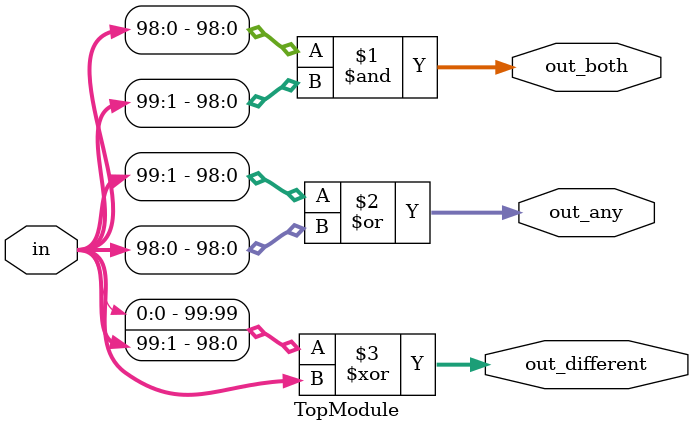
<source format=sv>

module TopModule (
  input [99:0] in,
  output [98:0] out_both,
  output [99:1] out_any,
  output [99:0] out_different
);

assign out_both = in[98:0] & in[99:1];
assign out_any = in[99:1] | in[98:0];
assign out_different = {in[0], in[99:1]} ^ in;

endmodule

</source>
